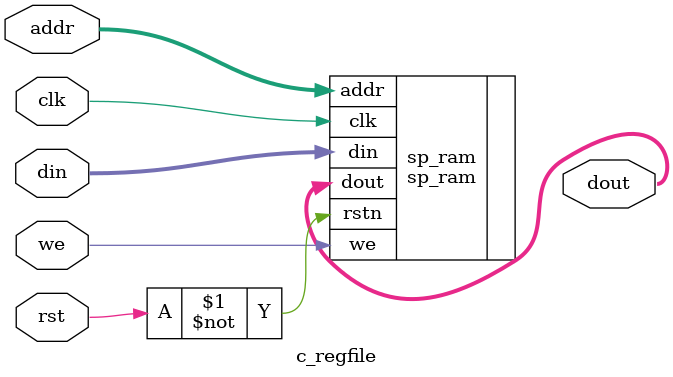
<source format=sv>
`include "hw/sp_ram.v"

module c_regfile (
    input logic clk, rst,
    input logic we,
    input logic [31:0] din,
    input logic [31:0] addr,
    output logic [31:0] dout
);
    // SP RAM
    sp_ram sp_ram (
        .clk(clk),
        .rstn(~rst),
        .we(we),
        .din(din),
        .addr(addr),
        .dout(dout)
    );
endmodule
</source>
